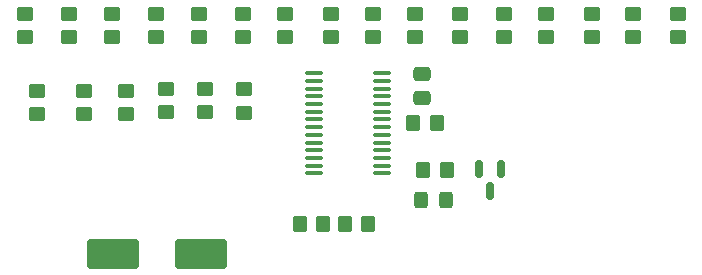
<source format=gbr>
%TF.GenerationSoftware,KiCad,Pcbnew,8.0.2*%
%TF.CreationDate,2025-04-18T13:41:41+02:00*%
%TF.ProjectId,PCA9685 board,50434139-3638-4352-9062-6f6172642e6b,rev?*%
%TF.SameCoordinates,Original*%
%TF.FileFunction,Paste,Top*%
%TF.FilePolarity,Positive*%
%FSLAX46Y46*%
G04 Gerber Fmt 4.6, Leading zero omitted, Abs format (unit mm)*
G04 Created by KiCad (PCBNEW 8.0.2) date 2025-04-18 13:41:41*
%MOMM*%
%LPD*%
G01*
G04 APERTURE LIST*
G04 Aperture macros list*
%AMRoundRect*
0 Rectangle with rounded corners*
0 $1 Rounding radius*
0 $2 $3 $4 $5 $6 $7 $8 $9 X,Y pos of 4 corners*
0 Add a 4 corners polygon primitive as box body*
4,1,4,$2,$3,$4,$5,$6,$7,$8,$9,$2,$3,0*
0 Add four circle primitives for the rounded corners*
1,1,$1+$1,$2,$3*
1,1,$1+$1,$4,$5*
1,1,$1+$1,$6,$7*
1,1,$1+$1,$8,$9*
0 Add four rect primitives between the rounded corners*
20,1,$1+$1,$2,$3,$4,$5,0*
20,1,$1+$1,$4,$5,$6,$7,0*
20,1,$1+$1,$6,$7,$8,$9,0*
20,1,$1+$1,$8,$9,$2,$3,0*%
G04 Aperture macros list end*
%ADD10RoundRect,0.250000X1.950000X1.000000X-1.950000X1.000000X-1.950000X-1.000000X1.950000X-1.000000X0*%
%ADD11RoundRect,0.250000X-0.450000X0.350000X-0.450000X-0.350000X0.450000X-0.350000X0.450000X0.350000X0*%
%ADD12RoundRect,0.250000X0.325000X0.450000X-0.325000X0.450000X-0.325000X-0.450000X0.325000X-0.450000X0*%
%ADD13RoundRect,0.100000X-0.637500X-0.100000X0.637500X-0.100000X0.637500X0.100000X-0.637500X0.100000X0*%
%ADD14RoundRect,0.150000X-0.150000X0.587500X-0.150000X-0.587500X0.150000X-0.587500X0.150000X0.587500X0*%
%ADD15RoundRect,0.250000X-0.350000X-0.450000X0.350000X-0.450000X0.350000X0.450000X-0.350000X0.450000X0*%
%ADD16RoundRect,0.250000X0.350000X0.450000X-0.350000X0.450000X-0.350000X-0.450000X0.350000X-0.450000X0*%
%ADD17RoundRect,0.250000X-0.475000X0.337500X-0.475000X-0.337500X0.475000X-0.337500X0.475000X0.337500X0*%
G04 APERTURE END LIST*
D10*
%TO.C,C2*%
X153433000Y-150749000D03*
X146033000Y-150749000D03*
%TD*%
D11*
%TO.C,R22*%
X153289000Y-130445000D03*
X153289000Y-132445000D03*
%TD*%
%TO.C,R23*%
X149606000Y-130445000D03*
X149606000Y-132445000D03*
%TD*%
%TO.C,R11*%
X193802000Y-130445000D03*
X193802000Y-132445000D03*
%TD*%
%TO.C,R16*%
X175387000Y-130445000D03*
X175387000Y-132445000D03*
%TD*%
%TO.C,R18*%
X168021000Y-130445000D03*
X168021000Y-132445000D03*
%TD*%
D12*
%TO.C,D1*%
X174176000Y-146207000D03*
X172126000Y-146207000D03*
%TD*%
D11*
%TO.C,R20*%
X160528000Y-130445000D03*
X160528000Y-132445000D03*
%TD*%
%TO.C,R21*%
X156972000Y-130445000D03*
X156972000Y-132445000D03*
%TD*%
%TO.C,R19*%
X164465000Y-130429000D03*
X164465000Y-132429000D03*
%TD*%
%TO.C,R26*%
X138557000Y-130445000D03*
X138557000Y-132445000D03*
%TD*%
%TO.C,R5*%
X150495000Y-136779000D03*
X150495000Y-138779000D03*
%TD*%
%TO.C,R15*%
X179070000Y-130429000D03*
X179070000Y-132429000D03*
%TD*%
D13*
%TO.C,U1*%
X163058000Y-135486000D03*
X163058000Y-136136000D03*
X163058000Y-136786000D03*
X163058000Y-137436000D03*
X163058000Y-138086000D03*
X163058000Y-138736000D03*
X163058000Y-139386000D03*
X163058000Y-140036000D03*
X163058000Y-140686000D03*
X163058000Y-141336000D03*
X163058000Y-141986000D03*
X163058000Y-142636000D03*
X163058000Y-143286000D03*
X163058000Y-143936000D03*
X168783000Y-143936000D03*
X168783000Y-143286000D03*
X168783000Y-142636000D03*
X168783000Y-141986000D03*
X168783000Y-141336000D03*
X168783000Y-140686000D03*
X168783000Y-140036000D03*
X168783000Y-139386000D03*
X168783000Y-138736000D03*
X168783000Y-138086000D03*
X168783000Y-137436000D03*
X168783000Y-136786000D03*
X168783000Y-136136000D03*
X168783000Y-135486000D03*
%TD*%
D14*
%TO.C,Q2*%
X178877000Y-143540000D03*
X176977000Y-143540000D03*
X177927000Y-145415000D03*
%TD*%
D11*
%TO.C,R3*%
X143546000Y-136945000D03*
X143546000Y-138945000D03*
%TD*%
%TO.C,R24*%
X145923000Y-130445000D03*
X145923000Y-132445000D03*
%TD*%
%TO.C,R17*%
X171577000Y-130445000D03*
X171577000Y-132445000D03*
%TD*%
%TO.C,R25*%
X142240000Y-130445000D03*
X142240000Y-132445000D03*
%TD*%
%TO.C,R12*%
X189992000Y-130445000D03*
X189992000Y-132445000D03*
%TD*%
%TO.C,R14*%
X182626000Y-130445000D03*
X182626000Y-132445000D03*
%TD*%
%TO.C,R7*%
X157111000Y-136848000D03*
X157111000Y-138848000D03*
%TD*%
%TO.C,R4*%
X147096000Y-136945000D03*
X147096000Y-138945000D03*
%TD*%
%TO.C,R13*%
X186563000Y-130445000D03*
X186563000Y-132445000D03*
%TD*%
D15*
%TO.C,R1*%
X171397500Y-139711000D03*
X173397500Y-139711000D03*
%TD*%
D16*
%TO.C,R9*%
X167624000Y-148209000D03*
X165624000Y-148209000D03*
%TD*%
D11*
%TO.C,R2*%
X139615000Y-136945000D03*
X139615000Y-138945000D03*
%TD*%
D15*
%TO.C,R8*%
X161814000Y-148209000D03*
X163814000Y-148209000D03*
%TD*%
D11*
%TO.C,R6*%
X153797000Y-136795000D03*
X153797000Y-138795000D03*
%TD*%
D17*
%TO.C,C1*%
X172143500Y-135498500D03*
X172143500Y-137573500D03*
%TD*%
D15*
%TO.C,R10*%
X172278000Y-143667000D03*
X174278000Y-143667000D03*
%TD*%
M02*

</source>
